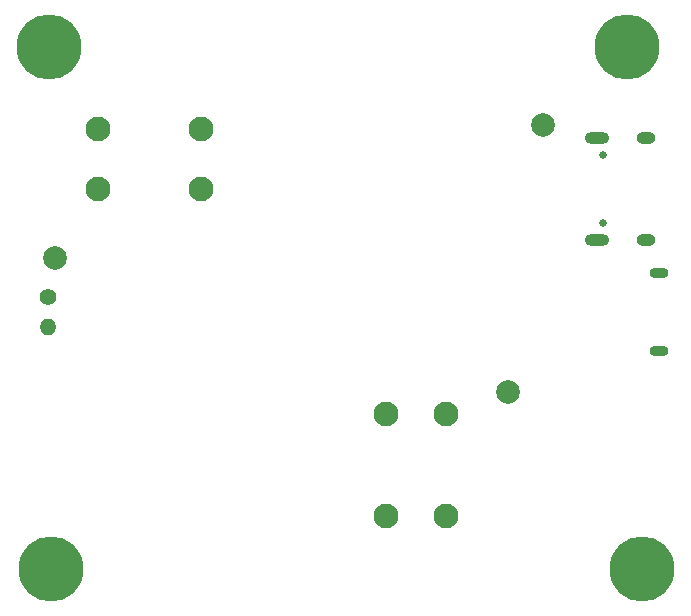
<source format=gbs>
G04 #@! TF.GenerationSoftware,KiCad,Pcbnew,9.0.0*
G04 #@! TF.CreationDate,2025-04-25T18:31:33-04:00*
G04 #@! TF.ProjectId,bq25171_breakout,62713235-3137-4315-9f62-7265616b6f75,rev?*
G04 #@! TF.SameCoordinates,Original*
G04 #@! TF.FileFunction,Soldermask,Bot*
G04 #@! TF.FilePolarity,Negative*
%FSLAX46Y46*%
G04 Gerber Fmt 4.6, Leading zero omitted, Abs format (unit mm)*
G04 Created by KiCad (PCBNEW 9.0.0) date 2025-04-25 18:31:33*
%MOMM*%
%LPD*%
G01*
G04 APERTURE LIST*
%ADD10C,5.500000*%
%ADD11C,2.100000*%
%ADD12C,2.000000*%
%ADD13C,1.400000*%
%ADD14O,1.400000X1.400000*%
%ADD15C,0.650000*%
%ADD16O,2.100000X1.000000*%
%ADD17O,1.600000X1.000000*%
%ADD18O,1.600000X0.900000*%
G04 APERTURE END LIST*
D10*
X104230000Y-121650000D03*
D11*
X116967500Y-84410000D03*
X108267500Y-84410000D03*
X116967500Y-89490000D03*
X108267500Y-89490000D03*
D10*
X153030000Y-77500000D03*
D12*
X142930000Y-106650000D03*
D10*
X104080000Y-77500000D03*
D13*
X104030000Y-98617500D03*
D14*
X104030000Y-101157500D03*
D12*
X145930000Y-84050000D03*
D10*
X154330000Y-121650000D03*
D15*
X150975000Y-92390000D03*
X150975000Y-86610000D03*
D16*
X150475000Y-93820000D03*
D17*
X154655000Y-93820000D03*
D16*
X150475000Y-85180000D03*
D17*
X154655000Y-85180000D03*
D18*
X155730000Y-103200000D03*
X155730000Y-96600000D03*
D11*
X132600000Y-108500000D03*
X132600000Y-117200000D03*
X137680000Y-108500000D03*
X137680000Y-117200000D03*
D12*
X104580000Y-95350000D03*
M02*

</source>
